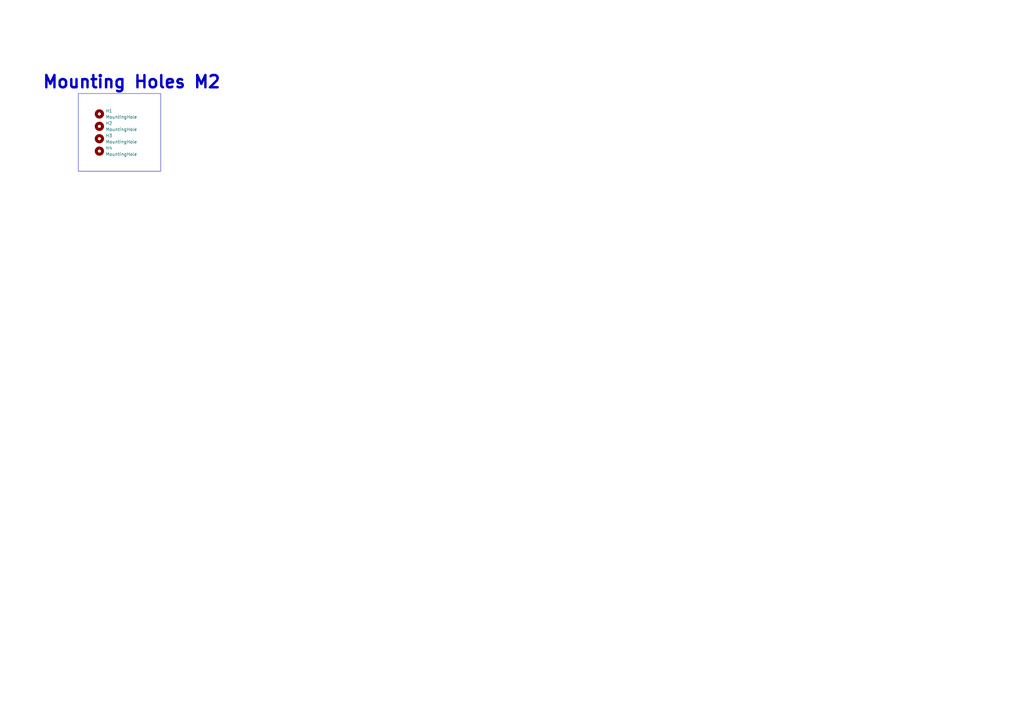
<source format=kicad_sch>
(kicad_sch (version 20230121) (generator eeschema)
  (paper "A3")
  (lib_symbols
    (symbol "Mechanical:MountingHole" (pin_names (offset 1.016))
      (property "Reference" "H" (at 0 5.08 0))
      (property "Value" "MountingHole" (at 0 3.175 0))
      (symbol "MountingHole_0_1"
        (circle (center 0 0) (radius 1.27) (stroke (width 1.27)))
      )
    )
  )
  (rectangle (start 32.131 38.354) (end 65.913 70.231))
  (text "Mounting Holes M2" (at 17.145 36.703 0) (effects (font (size 5 5) (thickness 1) bold) (justify left bottom)))
  (symbol (lib_id "Mechanical:MountingHole") (at 40.767 51.816 0) (unit 1)
    (property "Reference" "H2" (at 43.307 50.546 0) (effects (justify left)))
    (property "Value" "MountingHole" (at 43.307 53.086 0) (effects (justify left)))
    (property "Footprint" "MountingHole:MountingHole_2.2mm_M2" (effects hide))
  )
  (symbol (lib_id "Mechanical:MountingHole") (at 40.767 56.896 0) (unit 1)
    (property "Reference" "H3" (at 43.307 55.626 0) (effects (justify left)))
    (property "Value" "MountingHole" (at 43.307 58.166 0) (effects (justify left)))
    (property "Footprint" "MountingHole:MountingHole_2.2mm_M2" (effects hide))
  )
  (symbol (lib_id "Mechanical:MountingHole") (at 40.767 46.736 0) (unit 1)
    (property "Reference" "H1" (at 43.307 45.466 0) (effects (justify left)))
    (property "Value" "MountingHole" (at 43.307 48.006 0) (effects (justify left)))
    (property "Footprint" "MountingHole:MountingHole_2.2mm_M2" (effects hide))
  )
  (symbol (lib_id "Mechanical:MountingHole") (at 40.767 61.976 0) (unit 1)
    (property "Reference" "H4" (at 43.307 60.706 0) (effects (justify left)))
    (property "Value" "MountingHole" (at 43.307 63.246 0) (effects (justify left)))
    (property "Footprint" "MountingHole:MountingHole_2.2mm_M2" (effects hide))
  )
)
</source>
